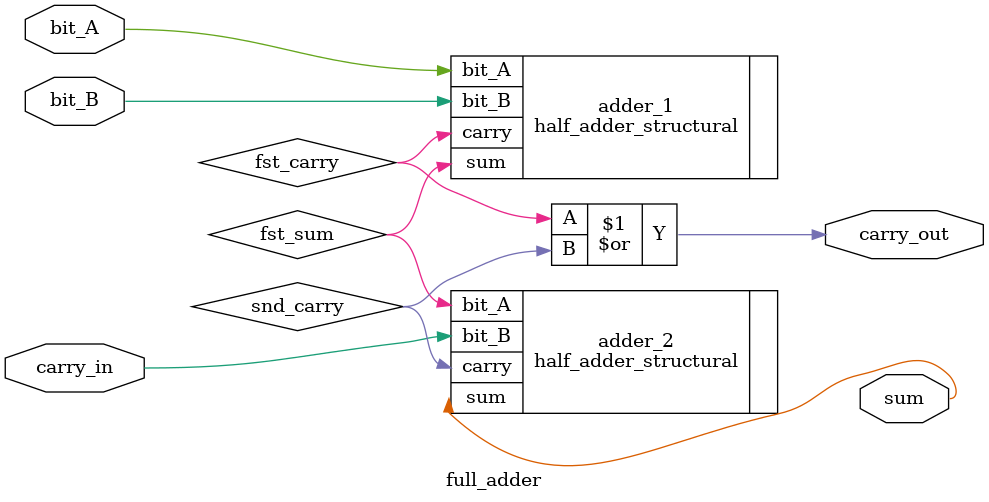
<source format=v>
`timescale 1ns / 1ps

module full_adder (
    output sum,
    output carry_out,
    input  bit_A,
    input  bit_B,
    input  carry_in
);

    wire fst_sum;
    wire fst_carry;
    wire snd_carry;

    half_adder_structural adder_1 (
        .sum(fst_sum),
        .carry(fst_carry),
        .bit_A(bit_A),
        .bit_B(bit_B)
    );

    half_adder_structural adder_2 (
        .sum(sum),
        .carry(snd_carry),
        .bit_A(fst_sum),
        .bit_B(carry_in)
    );

    or(carry_out, fst_carry, snd_carry);

endmodule

</source>
